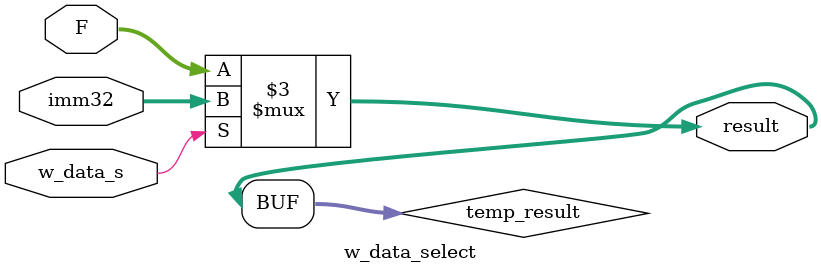
<source format=v>
`timescale 1ns / 1ps


module top(
    input clk,
    input rst_n,
    output [3:0] FR,
    output [31:0] PC,
    output [31:0] inst,
    output [31:0] W_Data,
    output [31:0] A,
    output [31:0] B,
    output [31:0] F,
    output [31:0] debug,
    output [4:0] Next_ST
    );
    
    wire PC_Write;
    wire IR_Write;
    wire [31:0] imm32;
    wire [4:0] rs1;
    wire [4:0] rs2;
    wire [4:0] rd;
    wire [6:0] opcode;
    wire [2:0] funct3;
    wire [6:0] funct7;

    decoder_top decoder_top_1(
        .PC_Write(PC_Write),
        .IR_Write(IR_Write),
        .clk_im(clk),
        .imm32(imm32),
        .rs1(rs1),
        .rs2(rs2),
        .rd(rd),
        .opcode(opcode),
        .funct3(funct3),
        .funct7(funct7),
        .PC(PC),
        .inst(inst)
    );
    
    wire [3:0] ALU_OP;
    wire IS_R;
    wire IS_IMM;
    wire IS_LUI;

    
    id2 id2_1(
        .opcode(opcode),
        .funct3(funct3),
        .funct7(funct7),
        .IS_R(IS_R),
        .IS_IMM(IS_IMM),
        .IS_LUI(IS_LUI),
        .ALU_OP(ALU_OP)
    );
    
    wire Reg_Write;
    wire [31:0] pre_A;
    wire [31:0] pre_B;
    
    
    register_heap register_heap_1(
        .Reg_Write(Reg_Write),
        .clk_Regs(clk),
        .rst_n(rst_n),
        .R_Addr_A(rs1),
        .R_Addr_B(rs2),
        .W_Addr(rd),
        .W_Data(W_Data),
        .R_Data_A(pre_A),
        .R_Data_B(pre_B)
    );
    
    register_32 register_A(
        .clk(clk),
        .rst_n(rst_n),
        .in(pre_A),
        .out(A)
    );
    
    register_32 register_B(
        .clk(clk),
        .rst_n(rst_n),
        .in(pre_B),
        .out(B)
    );
    
    wire [31:0] calculate_A;
    wire [31:0] calculate_B;
    assign calculate_A = A;
    wire rs2_imm_s;
    assign debug = {29'b0,IS_IMM,rs2_imm_s};
    
    rs2_imm_select rs2_imm_select_1(
         .rs2_imm_s(rs2_imm_s),
        .B(B),
        .imm32(imm32),
        .result(calculate_B)
    );
    
        
    wire [3:0] ALU_OP_o;
    wire [31:0] pre_F;
    
    module_alu module_alu_1(
        .ALU_A(calculate_A),
        .ALU_B(calculate_B),
        .ALU_OP(ALU_OP_o),
        .F(pre_F),
        .ZF(FR[0]),
        .CF(FR[1]),
        .OF(FR[2]),
        .SF(FR[3])
    );
    
    register_32 register_F(
        .clk(clk),
        .rst_n(rst_n),
        .in(pre_F),
        .out(F)
    );
    
    wire w_data_s;
    
    wire [31:0] result_F;
    assign W_Data =  result_F;
    
    w_data_select w_data_select_1(
        .F(F),
        .imm32(imm32),
        .w_data_s(w_data_s),
        .result(result_F)
    );
    
    cu cu_1(
       .clk(clk),
       .rst_n(rst_n),
       .IS_R(IS_R),
       .IS_IMM(IS_IMM),
       .IS_LUI(IS_LUI),
       .ALU_OP(ALU_OP),
       .Reg_Write(Reg_Write),
       .PC_Write(PC_Write),
       .IR_Write(IR_Write),
       .rs2_imm_s(rs2_imm_s),
       .w_data_s(w_data_s),
       .ALU_OP_o(ALU_OP_o),
       .next_st(Next_ST)
        );
        


   


    
    
endmodule

module register_32(
    input clk,
    input rst_n,
    input [31:0] in,
    output [31:0] out
    );
    
    reg [31:0] temp;
    always@(negedge clk or negedge rst_n)begin
        if(!rst_n) temp = 0;
        else  temp = in;
    end
    assign out = temp;
endmodule

module cu(
    input clk,
    input rst_n,
    input IS_R,
    input IS_IMM,
    input IS_LUI,
    input [3:0] ALU_OP,
    output reg Reg_Write,
    output reg PC_Write,
    output reg IR_Write,
    output reg rs2_imm_s,
    output reg w_data_s,
    output reg [3:0] ALU_OP_o,
    output [4:0] next_st
    );
    
    parameter [4:0] Idle = 0;
    parameter [4:0] S1 = 1; 
    parameter [4:0] S2 = 2; 
    parameter [4:0] S3 = 3; 
    parameter [4:0] S4 = 4; 
    parameter [4:0] S5 = 5; 
    parameter [4:0] S6 = 6; 
    
    reg [4:0] ST;
    reg [4:0] Next_ST;
    assign next_st = Next_ST;
    always @(negedge rst_n or posedge clk) begin
        if (!rst_n) ST <= Idle; // ³õÊ¼×´Ì¬
        else ST <= Next_ST; // clkµÄÉÏÌøÑØ£¬½øÐÐ×´Ì¬×ªÒÆ
    end
    
    always@(*)begin
        Next_ST = Idle;
        case(ST)
            Idle: Next_ST = S1;
            S1:begin
                if(IS_LUI) Next_ST = S6;
                else Next_ST = S2;
            end
            S2:begin
                if(IS_R)Next_ST = S3;
                else if(IS_IMM) Next_ST = S5;
            end
            S3:Next_ST = S4;
            S5:Next_ST = S4;
            default:Next_ST = S1;
         endcase   
    end
    
    always@(negedge rst_n or posedge clk)begin
        if(!rst_n)begin
            PC_Write <= 1'b0;
            IR_Write <= 1'b0;
            rs2_imm_s <= 0;
            w_data_s <= 0;
            ALU_OP_o = 0;
            Reg_Write <= 1'b0;
        end
        else begin
            case(Next_ST)
                S1:begin
                    PC_Write <= 1'b1;
                    IR_Write <= 1'b1;
                    Reg_Write <= 1'b0;
                end
                S2:begin
                    PC_Write <= 1'b0;
                    IR_Write <= 1'b0;
                    Reg_Write <= 1'b0;
                end
                S3:begin
                    PC_Write <= 1'b0;
                    IR_Write <= 1'b0;
                    Reg_Write <= 1'b0;
                    ALU_OP_o = ALU_OP;
                    rs2_imm_s = 1'b0;
                end
                S4:begin
                    PC_Write <= 1'b0;
                    IR_Write <= 1'b0;
                    Reg_Write <= 1'b1;
                    w_data_s = 1'b0;
                end
                S5:begin
                    PC_Write <= 1'b0;
                    IR_Write <= 1'b0;
                    Reg_Write <= 1'b0;
                    ALU_OP_o = ALU_OP;
                    rs2_imm_s = 1'b1;
                end
                S6:begin
                    PC_Write <= 1'b0;
                    IR_Write <= 1'b0;
                    Reg_Write <= 1'b1;
                    w_data_s = 1'b1;
                end
             endcase   
        end
    end
    
endmodule

module id2(
    input [6:0] opcode,
    input [2:0] funct3,
    input [6:0] funct7,
    output IS_R,
    output IS_IMM,
    output IS_LUI,
    output [3:0] ALU_OP
    );
    
   reg temp_IS_R;
   reg temp_IS_IMM;
   reg temp_IS_LUI;
   reg [3:0] temp_ALU_OP;
   
   always@(*)begin
      if(opcode == 7'b0110011)begin
        temp_IS_R = 1;
        temp_IS_IMM = 0;
        temp_IS_LUI = 0;
        temp_ALU_OP = {funct7[5],funct3};   
      end 
      else if(opcode == 7'b0010011)begin
        temp_IS_R = 0;
        temp_IS_IMM = 1;
        temp_IS_LUI = 0;
        temp_ALU_OP = (funct3==3'b101) ? {funct7[5],funct3}:{1'b0,funct3};
      end 
      else if(opcode == 7'b0110111) begin
        temp_IS_R = 0;
        temp_IS_IMM = 0;
        temp_IS_LUI = 1;
      end 
      else begin
        temp_IS_R = 0;
        temp_IS_IMM = 0;
        temp_IS_LUI = 0;
      end
   end
    
   assign IS_R = temp_IS_R;
   assign IS_IMM = temp_IS_IMM;
   assign IS_LUI = temp_IS_LUI;
   assign ALU_OP = temp_ALU_OP;
    
 endmodule

 
 module rs2_imm_select(
    input rs2_imm_s,
    input [31:0] B,
    input [31:0] imm32,
    output [31:0] result
    );
    
    reg [31:0] temp_result;
    always@(*)begin
        if(rs2_imm_s)begin
            temp_result <= imm32;
        end else begin
            temp_result <= B;
        end
    end
    assign result = temp_result;
endmodule



module w_data_select(
    input [31:0] F,
    input [31:0] imm32,
    input w_data_s,
    output [31:0] result
    );
    reg [31:0] temp_result;
    always@(*)begin
        if(w_data_s)begin
            temp_result <= imm32;
        end else begin
            temp_result <= F;
        end
    end
    assign result = temp_result;
    
endmodule



</source>
